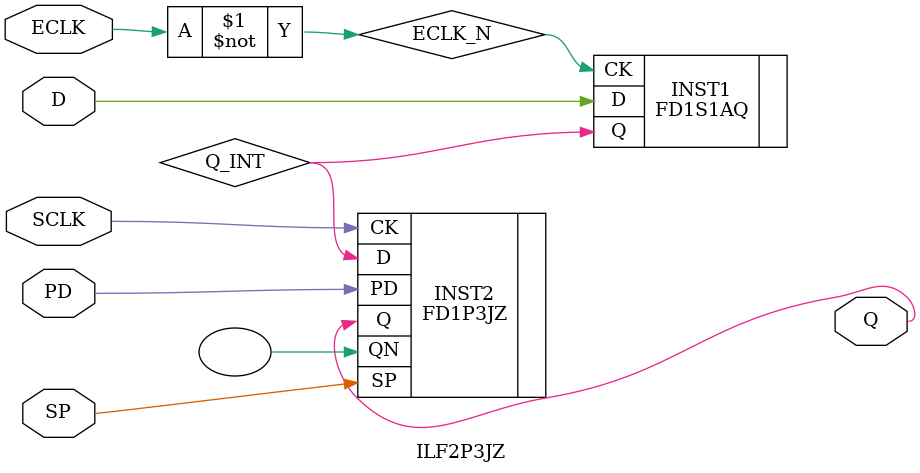
<source format=v>
`resetall
`timescale 1 ns / 100 ps

`celldefine

module ILF2P3JZ (D, SP, ECLK, SCLK, PD, Q);
  parameter DISABLED_GSR = 0;
  defparam INST2.DISABLED_GSR = DISABLED_GSR;
  input  D, SP, ECLK, SCLK, PD;
  output Q;
  not (ECLK_N, ECLK);
  FD1S1AQ INST1 (.D(D), .CK(ECLK_N), .Q(Q_INT));
  FD1P3JZ INST2 (.D(Q_INT), .SP(SP), .CK(SCLK), .PD(PD),
      .Q(Q), .QN());

endmodule

`endcelldefine

</source>
